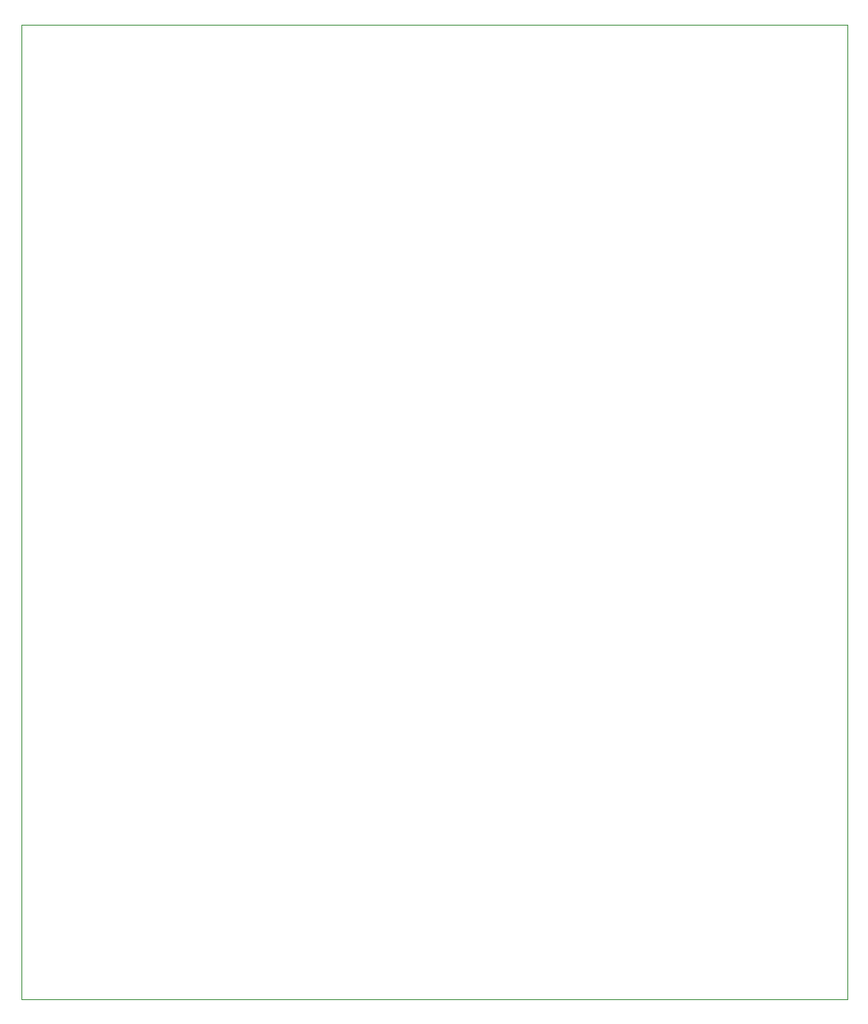
<source format=gm1>
%TF.GenerationSoftware,KiCad,Pcbnew,6.0.11+dfsg-1*%
%TF.CreationDate,2025-03-20T10:49:10-04:00*%
%TF.ProjectId,battery-board,62617474-6572-4792-9d62-6f6172642e6b,rev?*%
%TF.SameCoordinates,Original*%
%TF.FileFunction,Profile,NP*%
%FSLAX46Y46*%
G04 Gerber Fmt 4.6, Leading zero omitted, Abs format (unit mm)*
G04 Created by KiCad (PCBNEW 6.0.11+dfsg-1) date 2025-03-20 10:49:10*
%MOMM*%
%LPD*%
G01*
G04 APERTURE LIST*
%TA.AperFunction,Profile*%
%ADD10C,0.100000*%
%TD*%
G04 APERTURE END LIST*
D10*
X40904000Y-51308000D02*
X125730000Y-51308000D01*
X125730000Y-51308000D02*
X125730000Y-151308000D01*
X125730000Y-151308000D02*
X40904000Y-151308000D01*
X40904000Y-151308000D02*
X40904000Y-51308000D01*
M02*

</source>
